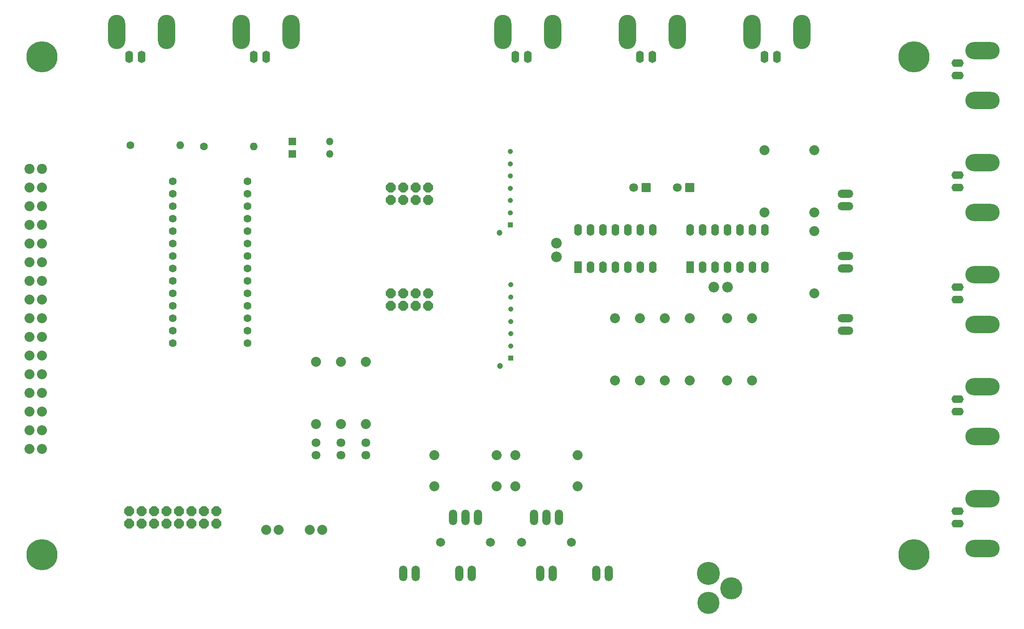
<source format=gbr>
%TF.GenerationSoftware,KiCad,Pcbnew,8.0.5*%
%TF.CreationDate,2024-10-01T14:45:49-04:00*%
%TF.ProjectId,HarveyBehaviorPCB_v2,48617276-6579-4426-9568-6176696f7250,rev?*%
%TF.SameCoordinates,Original*%
%TF.FileFunction,Soldermask,Bot*%
%TF.FilePolarity,Negative*%
%FSLAX46Y46*%
G04 Gerber Fmt 4.6, Leading zero omitted, Abs format (unit mm)*
G04 Created by KiCad (PCBNEW 8.0.5) date 2024-10-01 14:45:49*
%MOMM*%
%LPD*%
G01*
G04 APERTURE LIST*
G04 Aperture macros list*
%AMRoundRect*
0 Rectangle with rounded corners*
0 $1 Rounding radius*
0 $2 $3 $4 $5 $6 $7 $8 $9 X,Y pos of 4 corners*
0 Add a 4 corners polygon primitive as box body*
4,1,4,$2,$3,$4,$5,$6,$7,$8,$9,$2,$3,0*
0 Add four circle primitives for the rounded corners*
1,1,$1+$1,$2,$3*
1,1,$1+$1,$4,$5*
1,1,$1+$1,$6,$7*
1,1,$1+$1,$8,$9*
0 Add four rect primitives between the rounded corners*
20,1,$1+$1,$2,$3,$4,$5,0*
20,1,$1+$1,$4,$5,$6,$7,0*
20,1,$1+$1,$6,$7,$8,$9,0*
20,1,$1+$1,$8,$9,$2,$3,0*%
%AMFreePoly0*
4,1,25,0.438258,0.998173,0.443160,0.993682,0.993682,0.443160,1.015710,0.395919,1.016000,0.389278,1.016000,-0.389278,0.998173,-0.438258,0.993682,-0.443160,0.443160,-0.993682,0.395919,-1.015710,0.389278,-1.016000,-0.389278,-1.016000,-0.438258,-0.998173,-0.443160,-0.993682,-0.993682,-0.443160,-1.015710,-0.395919,-1.016000,-0.389278,-1.016000,0.389278,-0.998173,0.438258,-0.993682,0.443160,
-0.443160,0.993682,-0.395919,1.015710,-0.389278,1.016000,0.389278,1.016000,0.438258,0.998173,0.438258,0.998173,$1*%
G04 Aperture macros list end*
%ADD10C,0.000000*%
%ADD11O,1.676400X3.200400*%
%ADD12O,2.500000X1.600000*%
%ADD13O,7.000000X3.500000*%
%ADD14FreePoly0,0.000000*%
%ADD15RoundRect,0.076200X-0.825500X-0.825500X0.825500X-0.825500X0.825500X0.825500X-0.825500X0.825500X0*%
%ADD16C,1.803400*%
%ADD17C,2.032000*%
%ADD18C,6.350000*%
%ADD19C,1.828800*%
%ADD20O,1.600000X2.500000*%
%ADD21O,3.500000X7.000000*%
%ADD22R,1.500000X1.500000*%
%ADD23O,1.500000X1.500000*%
%ADD24R,1.600000X2.400000*%
%ADD25O,1.600000X2.400000*%
%ADD26O,3.200400X1.676400*%
%ADD27C,1.600000*%
%ADD28O,1.600000X1.600000*%
%ADD29C,2.184400*%
%ADD30C,2.057400*%
%ADD31C,1.050000*%
%ADD32R,1.050000X1.050000*%
%ADD33C,1.200000*%
%ADD34C,1.600200*%
%ADD35C,4.703200*%
%ADD36C,4.521200*%
G04 APERTURE END LIST*
D10*
%TO.C,C7*%
G36*
X172791654Y-94759260D02*
G01*
X172983612Y-94820549D01*
X173159926Y-94918108D01*
X173313819Y-95048190D01*
X173439378Y-95205796D01*
X173531776Y-95384868D01*
X173587463Y-95578526D01*
X173599158Y-95718000D01*
X173610910Y-95718640D01*
X173604290Y-95779201D01*
X173609311Y-95839076D01*
X173597692Y-95839562D01*
X173582977Y-95974193D01*
X173523986Y-96161395D01*
X173429597Y-96333485D01*
X173303441Y-96483848D01*
X173150368Y-96606702D01*
X172976265Y-96697323D01*
X172787825Y-96752227D01*
X172654080Y-96763907D01*
X172653636Y-96774383D01*
X172593076Y-96769235D01*
X172532448Y-96774530D01*
X172531990Y-96764042D01*
X172397315Y-96752594D01*
X172207811Y-96697865D01*
X172032626Y-96607217D01*
X171878492Y-96484135D01*
X171751331Y-96333347D01*
X171654502Y-96157877D01*
X171574021Y-95779764D01*
X171591635Y-95575828D01*
X171647806Y-95382331D01*
X171740653Y-95203511D01*
X171866605Y-95046246D01*
X172020821Y-94916577D01*
X172200148Y-94817966D01*
X172587429Y-94736147D01*
X172791654Y-94759260D01*
G37*
G36*
X169992554Y-94759260D02*
G01*
X170184512Y-94820549D01*
X170360826Y-94918108D01*
X170514719Y-95048190D01*
X170640278Y-95205796D01*
X170732676Y-95384868D01*
X170788363Y-95578526D01*
X170800059Y-95718001D01*
X170811810Y-95718641D01*
X170805191Y-95779202D01*
X170810211Y-95839076D01*
X170798593Y-95839562D01*
X170783877Y-95974194D01*
X170724885Y-96161395D01*
X170630497Y-96333486D01*
X170504341Y-96483848D01*
X170351268Y-96606702D01*
X170177165Y-96697323D01*
X169988724Y-96752227D01*
X169854981Y-96763907D01*
X169854536Y-96774383D01*
X169793977Y-96769235D01*
X169733348Y-96774530D01*
X169732891Y-96764042D01*
X169598215Y-96752594D01*
X169408711Y-96697865D01*
X169233526Y-96607217D01*
X169079392Y-96484135D01*
X168952231Y-96333347D01*
X168855402Y-96157877D01*
X168787130Y-95837124D01*
X168770031Y-95836387D01*
X168792535Y-95575829D01*
X168848706Y-95382331D01*
X168941552Y-95203512D01*
X169067504Y-95046246D01*
X169221721Y-94916577D01*
X169401048Y-94817965D01*
X169788329Y-94736147D01*
X169992554Y-94759260D01*
G37*
%TO.C,C6*%
G36*
X137850172Y-88533635D02*
G01*
X138043669Y-88589806D01*
X138222489Y-88682653D01*
X138379754Y-88808605D01*
X138509423Y-88962821D01*
X138608034Y-89142148D01*
X138689853Y-89529429D01*
X138666740Y-89733654D01*
X138605451Y-89925612D01*
X138507892Y-90101926D01*
X138377810Y-90255819D01*
X138220204Y-90381378D01*
X138041132Y-90473776D01*
X137847474Y-90529463D01*
X137708000Y-90541158D01*
X137707360Y-90552910D01*
X137646799Y-90546290D01*
X137586924Y-90551311D01*
X137586438Y-90539692D01*
X137451807Y-90524977D01*
X137264605Y-90465986D01*
X137092515Y-90371597D01*
X136942152Y-90245441D01*
X136819298Y-90092368D01*
X136728677Y-89918265D01*
X136673773Y-89729825D01*
X136662093Y-89596080D01*
X136651617Y-89595636D01*
X136656765Y-89535076D01*
X136651470Y-89474448D01*
X136661958Y-89473990D01*
X136673406Y-89339315D01*
X136728135Y-89149811D01*
X136818783Y-88974626D01*
X136941865Y-88820492D01*
X137092653Y-88693331D01*
X137268123Y-88596502D01*
X137646236Y-88516021D01*
X137850172Y-88533635D01*
G37*
G36*
X137850171Y-85734535D02*
G01*
X138043669Y-85790706D01*
X138222488Y-85883552D01*
X138379754Y-86009504D01*
X138509423Y-86163721D01*
X138608035Y-86343048D01*
X138689853Y-86730329D01*
X138666740Y-86934554D01*
X138605451Y-87126512D01*
X138507892Y-87302826D01*
X138377810Y-87456719D01*
X138220204Y-87582278D01*
X138041132Y-87674676D01*
X137847474Y-87730363D01*
X137707999Y-87742059D01*
X137707359Y-87753810D01*
X137646798Y-87747191D01*
X137586924Y-87752211D01*
X137586438Y-87740593D01*
X137451806Y-87725877D01*
X137264605Y-87666885D01*
X137092514Y-87572497D01*
X136942152Y-87446341D01*
X136819298Y-87293268D01*
X136728677Y-87119165D01*
X136673773Y-86930724D01*
X136662093Y-86796981D01*
X136651617Y-86796536D01*
X136656765Y-86735977D01*
X136651470Y-86675348D01*
X136661958Y-86674891D01*
X136673406Y-86540215D01*
X136728135Y-86350711D01*
X136818783Y-86175526D01*
X136941865Y-86021392D01*
X137092653Y-85894231D01*
X137268123Y-85797402D01*
X137588876Y-85729130D01*
X137589613Y-85712031D01*
X137850171Y-85734535D01*
G37*
%TD*%
D11*
%TO.C,Q2*%
X133096000Y-142748000D03*
X135636000Y-142748000D03*
X138176000Y-142748000D03*
%TD*%
D12*
%TO.C,U$10*%
X219456000Y-144018000D03*
D13*
X224536000Y-138938000D03*
D12*
X219456000Y-141478000D03*
D13*
X224536000Y-149098000D03*
%TD*%
D14*
%TO.C,J4*%
X103886000Y-77978000D03*
X103886000Y-75438000D03*
X106426000Y-77978000D03*
X106426000Y-75438000D03*
X108966000Y-77978000D03*
X108966000Y-75438000D03*
X111506000Y-77978000D03*
X111506000Y-75438000D03*
%TD*%
D15*
%TO.C,C2*%
X155956000Y-75438000D03*
D16*
X153416000Y-75438000D03*
%TD*%
D17*
%TO.C,R9*%
X190246000Y-84328000D03*
X190246000Y-97028000D03*
%TD*%
D14*
%TO.C,J9*%
X50546000Y-144018000D03*
X50546000Y-141478000D03*
X53086000Y-144018000D03*
X53086000Y-141478000D03*
X55626000Y-144018000D03*
X55626000Y-141478000D03*
X58166000Y-144018000D03*
X58166000Y-141478000D03*
X60706000Y-144018000D03*
X60706000Y-141478000D03*
X63246000Y-144018000D03*
X63246000Y-141478000D03*
X65786000Y-144018000D03*
X65786000Y-141478000D03*
X68326000Y-144018000D03*
X68326000Y-141478000D03*
%TD*%
D17*
%TO.C,JP3*%
X87376000Y-145288000D03*
X89916000Y-145288000D03*
%TD*%
D18*
%TO.C,J11*%
X210566000Y-150368000D03*
%TD*%
%TO.C,J2*%
X32766000Y-150368000D03*
%TD*%
D19*
%TO.C,D1*%
X130556000Y-147828000D03*
X140716000Y-147828000D03*
%TD*%
D20*
%TO.C,U$4*%
X157226000Y-48768000D03*
D21*
X152146000Y-43688000D03*
D20*
X154686000Y-48768000D03*
D21*
X162306000Y-43688000D03*
%TD*%
D17*
%TO.C,R13*%
X88646000Y-110998000D03*
X88646000Y-123698000D03*
%TD*%
D11*
%TO.C,J18*%
X148336000Y-154178000D03*
X145796000Y-154178000D03*
%TD*%
%TO.C,Q1*%
X116586000Y-142748000D03*
X119126000Y-142748000D03*
X121666000Y-142748000D03*
%TD*%
D22*
%TO.C,D3*%
X83815000Y-68580000D03*
D23*
X91435000Y-68580000D03*
%TD*%
D24*
%TO.C,IC1*%
X164934900Y-91693393D03*
D25*
X167474900Y-91693393D03*
X170014900Y-91693393D03*
X172554900Y-91693393D03*
X175094900Y-91693393D03*
X177634900Y-91693393D03*
X180174900Y-91693393D03*
X180174900Y-84073393D03*
X177634900Y-84073393D03*
X175094900Y-84073393D03*
X172554900Y-84073393D03*
X170014900Y-84073393D03*
X167474900Y-84073393D03*
X164934900Y-84073393D03*
%TD*%
D17*
%TO.C,R12*%
X93726000Y-123698000D03*
X93726000Y-110998000D03*
%TD*%
%TO.C,R11*%
X98806000Y-123698000D03*
X98806000Y-110998000D03*
%TD*%
D11*
%TO.C,J15*%
X120396000Y-154178000D03*
X117856000Y-154178000D03*
%TD*%
D26*
%TO.C,J8*%
X196596000Y-102108000D03*
X196596000Y-104648000D03*
%TD*%
D22*
%TO.C,D4*%
X83815000Y-66040000D03*
D23*
X91435000Y-66040000D03*
%TD*%
D11*
%TO.C,J16*%
X108966000Y-154178000D03*
X106426000Y-154178000D03*
%TD*%
D17*
%TO.C,R4*%
X149606000Y-114808000D03*
X149606000Y-102108000D03*
%TD*%
D27*
%TO.C,R17*%
X50800000Y-66802000D03*
D28*
X60960000Y-66802000D03*
%TD*%
D17*
%TO.C,R14*%
X180086000Y-67818000D03*
X180086000Y-80518000D03*
%TD*%
D16*
%TO.C,C5*%
X88646000Y-127508000D03*
X88646000Y-130048000D03*
%TD*%
D17*
%TO.C,R2*%
X172466000Y-114808000D03*
X172466000Y-102108000D03*
%TD*%
D29*
%TO.C,C7*%
X169799000Y-95758000D03*
X172593000Y-95758000D03*
%TD*%
D14*
%TO.C,J5*%
X103886000Y-99568000D03*
X103886000Y-97028000D03*
X106426000Y-99568000D03*
X106426000Y-97028000D03*
X108966000Y-99568000D03*
X108966000Y-97028000D03*
X111506000Y-99568000D03*
X111506000Y-97028000D03*
%TD*%
D16*
%TO.C,C4*%
X93726000Y-127508000D03*
X93726000Y-130048000D03*
%TD*%
D20*
%TO.C,U$2*%
X78486000Y-48768000D03*
D21*
X73406000Y-43688000D03*
D20*
X75946000Y-48768000D03*
D21*
X83566000Y-43688000D03*
%TD*%
D17*
%TO.C,R1*%
X141986000Y-136398000D03*
X129286000Y-136398000D03*
%TD*%
%TO.C,R16*%
X129286000Y-130048000D03*
X141986000Y-130048000D03*
%TD*%
%TO.C,R15*%
X112776000Y-130048000D03*
X125476000Y-130048000D03*
%TD*%
%TO.C,R5*%
X164846000Y-114808000D03*
X164846000Y-102108000D03*
%TD*%
%TO.C,R6*%
X154686000Y-114808000D03*
X154686000Y-102108000D03*
%TD*%
D11*
%TO.C,J17*%
X136906000Y-154178000D03*
X134366000Y-154178000D03*
%TD*%
D20*
%TO.C,U$1*%
X53086000Y-48768000D03*
D21*
X48006000Y-43688000D03*
D20*
X50546000Y-48768000D03*
D21*
X58166000Y-43688000D03*
%TD*%
D30*
%TO.C,JP1*%
X32766000Y-71628000D03*
D17*
X32766000Y-75438000D03*
X32766000Y-79248000D03*
X32766000Y-83058000D03*
X32766000Y-86868000D03*
X32766000Y-90678000D03*
X32766000Y-94488000D03*
X32766000Y-98298000D03*
X32766000Y-102108000D03*
X32766000Y-105918000D03*
X32766000Y-109728000D03*
X32766000Y-113538000D03*
X32766000Y-117348000D03*
X32766000Y-121158000D03*
X32766000Y-124968000D03*
X32766000Y-128778000D03*
D30*
X30226000Y-71628000D03*
D17*
X30226000Y-75438000D03*
X30226000Y-79248000D03*
X30226000Y-83058000D03*
X30226000Y-86868000D03*
X30226000Y-90678000D03*
X30226000Y-94488000D03*
X30226000Y-98298000D03*
X30226000Y-102108000D03*
X30226000Y-105918000D03*
X30226000Y-109728000D03*
X30226000Y-113538000D03*
X30226000Y-117348000D03*
X30226000Y-121158000D03*
X30226000Y-124968000D03*
X30226000Y-128778000D03*
%TD*%
D12*
%TO.C,U$7*%
X219456000Y-75438000D03*
D13*
X224536000Y-70358000D03*
D12*
X219456000Y-72898000D03*
D13*
X224536000Y-80518000D03*
%TD*%
D31*
%TO.C,J13*%
X128358900Y-95236000D03*
X128358900Y-97736000D03*
X128358900Y-100236000D03*
X128358900Y-102736000D03*
X128358900Y-105236000D03*
X128358900Y-107736000D03*
D32*
X128358900Y-110236000D03*
D33*
X126158900Y-111836000D03*
%TD*%
D16*
%TO.C,C3*%
X98806000Y-127508000D03*
X98806000Y-130048000D03*
%TD*%
D20*
%TO.C,U$3*%
X182626000Y-48768000D03*
D21*
X177546000Y-43688000D03*
D20*
X180086000Y-48768000D03*
D21*
X187706000Y-43688000D03*
%TD*%
D31*
%TO.C,J12*%
X128270000Y-68058000D03*
X128270000Y-70558000D03*
X128270000Y-73058000D03*
X128270000Y-75558000D03*
X128270000Y-78058000D03*
X128270000Y-80558000D03*
D32*
X128270000Y-83058000D03*
D33*
X126070000Y-84658000D03*
%TD*%
D26*
%TO.C,J7*%
X196596000Y-76708000D03*
X196596000Y-79248000D03*
%TD*%
D17*
%TO.C,R8*%
X177546000Y-114808000D03*
X177546000Y-102108000D03*
%TD*%
D26*
%TO.C,J6*%
X196596000Y-89408000D03*
X196596000Y-91948000D03*
%TD*%
D18*
%TO.C,J10*%
X210566000Y-48768000D03*
%TD*%
D15*
%TO.C,C1*%
X164846000Y-75438000D03*
D16*
X162306000Y-75438000D03*
%TD*%
D18*
%TO.C,J3*%
X32766000Y-48768000D03*
%TD*%
D12*
%TO.C,U$8*%
X219456000Y-98298000D03*
D13*
X224536000Y-93218000D03*
D12*
X219456000Y-95758000D03*
D13*
X224536000Y-103378000D03*
%TD*%
D24*
%TO.C,IC3*%
X142074900Y-91693393D03*
D25*
X144614900Y-91693393D03*
X147154900Y-91693393D03*
X149694900Y-91693393D03*
X152234900Y-91693393D03*
X154774900Y-91693393D03*
X157314900Y-91693393D03*
X157314900Y-84073393D03*
X154774900Y-84073393D03*
X152234900Y-84073393D03*
X149694900Y-84073393D03*
X147154900Y-84073393D03*
X144614900Y-84073393D03*
X142074900Y-84073393D03*
%TD*%
D17*
%TO.C,R3*%
X159766000Y-114808000D03*
X159766000Y-102108000D03*
%TD*%
%TO.C,JP2*%
X78486000Y-145288000D03*
X81026000Y-145288000D03*
%TD*%
D19*
%TO.C,D2*%
X114046000Y-147828000D03*
X124206000Y-147828000D03*
%TD*%
D17*
%TO.C,R10*%
X190246000Y-67818000D03*
X190246000Y-80518000D03*
%TD*%
D29*
%TO.C,C6*%
X137668000Y-86741000D03*
X137668000Y-89535000D03*
%TD*%
D12*
%TO.C,U$9*%
X219456000Y-121158000D03*
D13*
X224536000Y-116078000D03*
D12*
X219456000Y-118618000D03*
D13*
X224536000Y-126238000D03*
%TD*%
D17*
%TO.C,R7*%
X125476000Y-136398000D03*
X112776000Y-136398000D03*
%TD*%
D20*
%TO.C,U$5*%
X131826000Y-48768000D03*
D21*
X126746000Y-43688000D03*
D20*
X129286000Y-48768000D03*
D21*
X136906000Y-43688000D03*
%TD*%
D27*
%TO.C,R18*%
X65786000Y-67056000D03*
D28*
X75946000Y-67056000D03*
%TD*%
D12*
%TO.C,U$6*%
X219456000Y-52578000D03*
D13*
X224536000Y-47498000D03*
D12*
X219456000Y-50038000D03*
D13*
X224536000Y-57658000D03*
%TD*%
D34*
%TO.C,TEENSY0*%
X74676000Y-104648000D03*
X74676000Y-102108000D03*
X74676000Y-99568000D03*
X74676000Y-97028000D03*
X59436000Y-102108000D03*
X74676000Y-94488000D03*
X74676000Y-91948000D03*
X74676000Y-89408000D03*
X74676000Y-86868000D03*
X74676000Y-84328000D03*
X74676000Y-81788000D03*
X74676000Y-79248000D03*
X74676000Y-76708000D03*
X74676000Y-74168000D03*
X59436000Y-74168000D03*
X59436000Y-76708000D03*
X59436000Y-79248000D03*
X59436000Y-81788000D03*
X59436000Y-84328000D03*
X59436000Y-86868000D03*
X59436000Y-89408000D03*
X59436000Y-91948000D03*
X59436000Y-94488000D03*
X59436000Y-97028000D03*
X59436000Y-99568000D03*
X59436000Y-104648000D03*
X74676000Y-107188000D03*
X59436000Y-107188000D03*
%TD*%
D35*
%TO.C,J1*%
X168656000Y-154178000D03*
D36*
X168656000Y-160177480D03*
X173355000Y-157177740D03*
%TD*%
M02*

</source>
